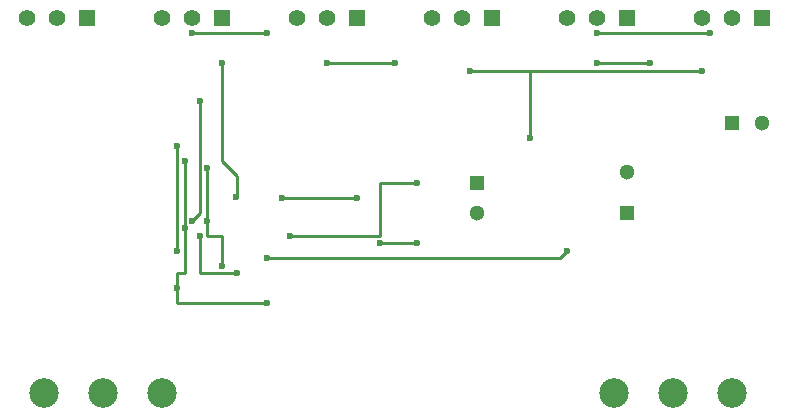
<source format=gbl>
G04 #@! TF.FileFunction,Copper,L2,Bot,Signal*
%FSLAX46Y46*%
G04 Gerber Fmt 4.6, Leading zero omitted, Abs format (unit mm)*
G04 Created by KiCad (PCBNEW 4.0.2-stable) date 2016年05月15日日曜日 13:14:42*
%MOMM*%
G01*
G04 APERTURE LIST*
%ADD10C,0.100000*%
%ADD11C,1.300000*%
%ADD12R,1.300000X1.300000*%
%ADD13R,1.397000X1.397000*%
%ADD14C,1.397000*%
%ADD15C,2.499360*%
%ADD16C,0.600000*%
%ADD17C,0.250000*%
G04 APERTURE END LIST*
D10*
D11*
X199390000Y-110450000D03*
D12*
X199390000Y-107950000D03*
D11*
X212090000Y-106990000D03*
D12*
X212090000Y-110490000D03*
D11*
X223480000Y-102870000D03*
D12*
X220980000Y-102870000D03*
D13*
X223520000Y-93980000D03*
D14*
X220980000Y-93980000D03*
X218440000Y-93980000D03*
D13*
X212090000Y-93980000D03*
D14*
X209550000Y-93980000D03*
X207010000Y-93980000D03*
D13*
X200660000Y-93980000D03*
D14*
X198120000Y-93980000D03*
X195580000Y-93980000D03*
D13*
X189230000Y-93980000D03*
D14*
X186690000Y-93980000D03*
X184150000Y-93980000D03*
D13*
X177800000Y-93980000D03*
D14*
X175260000Y-93980000D03*
X172720000Y-93980000D03*
D13*
X166370000Y-93980000D03*
D14*
X163830000Y-93980000D03*
X161290000Y-93980000D03*
D15*
X215978740Y-125730000D03*
X210977480Y-125730000D03*
X220980000Y-125730000D03*
X167718740Y-125730000D03*
X162717480Y-125730000D03*
X172720000Y-125730000D03*
D16*
X183515000Y-112395000D03*
X194310000Y-107950000D03*
X219075000Y-95250000D03*
X209550000Y-95250000D03*
X191135000Y-113030000D03*
X194310000Y-113030000D03*
X181610000Y-114300000D03*
X207010000Y-113665000D03*
X179070000Y-115570000D03*
X175895000Y-112395000D03*
X175895000Y-100965000D03*
X175260000Y-111125000D03*
X176530000Y-106680000D03*
X177800000Y-114935000D03*
X176530000Y-111125000D03*
X173990000Y-116840000D03*
X181610000Y-118110000D03*
X174625000Y-106045000D03*
X174625000Y-111760000D03*
X189230000Y-109220000D03*
X182880000Y-109220000D03*
X175260000Y-95250000D03*
X181610000Y-95250000D03*
X209550000Y-97790000D03*
X213995000Y-97790000D03*
X186690000Y-97790000D03*
X192405000Y-97790000D03*
X218440000Y-98425000D03*
X178990000Y-109140000D03*
X177800000Y-97790000D03*
X198755000Y-98425000D03*
X203835000Y-104140000D03*
X173990000Y-104775000D03*
X173990000Y-113665000D03*
D17*
X191135000Y-112395000D02*
X183515000Y-112395000D01*
X191135000Y-107950000D02*
X191135000Y-112395000D01*
X194310000Y-107950000D02*
X191135000Y-107950000D01*
X219075000Y-95250000D02*
X209550000Y-95250000D01*
X194310000Y-113030000D02*
X191135000Y-113030000D01*
X206375000Y-114300000D02*
X181610000Y-114300000D01*
X207010000Y-113665000D02*
X206375000Y-114300000D01*
X175895000Y-115570000D02*
X179070000Y-115570000D01*
X175895000Y-112395000D02*
X175895000Y-115570000D01*
X175895000Y-110490000D02*
X175895000Y-100965000D01*
X175260000Y-111125000D02*
X175895000Y-110490000D01*
X176530000Y-106680000D02*
X176530000Y-111125000D01*
X177800000Y-112395000D02*
X177800000Y-114935000D01*
X176530000Y-112395000D02*
X177800000Y-112395000D01*
X176530000Y-111125000D02*
X176530000Y-112395000D01*
X174625000Y-111760000D02*
X174625000Y-115570000D01*
X173990000Y-118110000D02*
X181610000Y-118110000D01*
X173990000Y-115570000D02*
X173990000Y-116840000D01*
X173990000Y-116840000D02*
X173990000Y-118110000D01*
X174625000Y-115570000D02*
X173990000Y-115570000D01*
X174625000Y-111760000D02*
X174625000Y-106045000D01*
X182880000Y-109220000D02*
X189230000Y-109220000D01*
X181610000Y-95250000D02*
X175260000Y-95250000D01*
X213995000Y-97790000D02*
X209550000Y-97790000D01*
X192405000Y-97790000D02*
X186690000Y-97790000D01*
X209550000Y-98425000D02*
X203835000Y-98425000D01*
X218440000Y-98425000D02*
X209550000Y-98425000D01*
X177800000Y-106045000D02*
X177800000Y-97790000D01*
X179070000Y-107315000D02*
X177800000Y-106045000D01*
X179070000Y-109060000D02*
X179070000Y-107315000D01*
X178990000Y-109140000D02*
X179070000Y-109060000D01*
X203835000Y-98425000D02*
X198755000Y-98425000D01*
X203835000Y-104140000D02*
X203835000Y-98425000D01*
X173990000Y-113665000D02*
X173990000Y-104775000D01*
M02*

</source>
